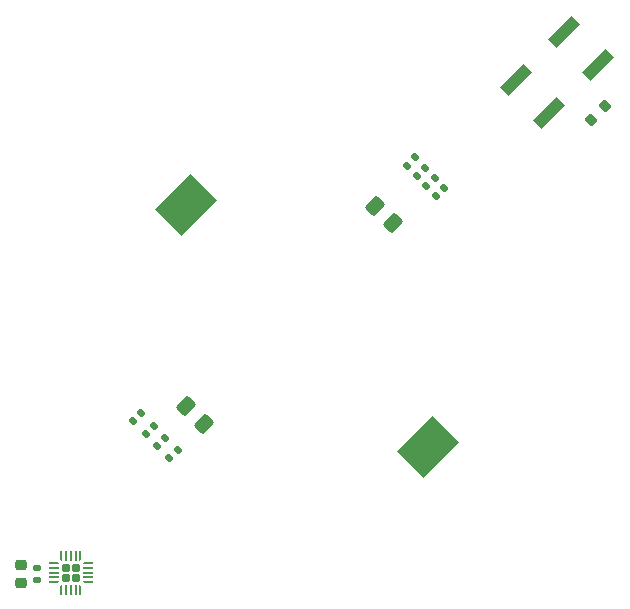
<source format=gbr>
%TF.GenerationSoftware,KiCad,Pcbnew,(6.0.0)*%
%TF.CreationDate,2022-10-29T10:39:51-07:00*%
%TF.ProjectId,tiny-osean,74696e79-2d6f-4736-9561-6e2e6b696361,rev?*%
%TF.SameCoordinates,Original*%
%TF.FileFunction,Paste,Top*%
%TF.FilePolarity,Positive*%
%FSLAX46Y46*%
G04 Gerber Fmt 4.6, Leading zero omitted, Abs format (unit mm)*
G04 Created by KiCad (PCBNEW (6.0.0)) date 2022-10-29 10:39:51*
%MOMM*%
%LPD*%
G01*
G04 APERTURE LIST*
G04 Aperture macros list*
%AMRoundRect*
0 Rectangle with rounded corners*
0 $1 Rounding radius*
0 $2 $3 $4 $5 $6 $7 $8 $9 X,Y pos of 4 corners*
0 Add a 4 corners polygon primitive as box body*
4,1,4,$2,$3,$4,$5,$6,$7,$8,$9,$2,$3,0*
0 Add four circle primitives for the rounded corners*
1,1,$1+$1,$2,$3*
1,1,$1+$1,$4,$5*
1,1,$1+$1,$6,$7*
1,1,$1+$1,$8,$9*
0 Add four rect primitives between the rounded corners*
20,1,$1+$1,$2,$3,$4,$5,0*
20,1,$1+$1,$4,$5,$6,$7,0*
20,1,$1+$1,$6,$7,$8,$9,0*
20,1,$1+$1,$8,$9,$2,$3,0*%
%AMRotRect*
0 Rectangle, with rotation*
0 The origin of the aperture is its center*
0 $1 length*
0 $2 width*
0 $3 Rotation angle, in degrees counterclockwise*
0 Add horizontal line*
21,1,$1,$2,0,0,$3*%
%AMFreePoly0*
4,1,14,0.334644,0.085355,0.385355,0.034644,0.400000,-0.000711,0.400000,-0.050000,0.385355,-0.085355,0.350000,-0.100000,-0.350000,-0.100000,-0.385355,-0.085355,-0.400000,-0.050000,-0.400000,0.050000,-0.385355,0.085355,-0.350000,0.100000,0.299289,0.100000,0.334644,0.085355,0.334644,0.085355,$1*%
%AMFreePoly1*
4,1,15,0.385355,0.085355,0.400000,0.050000,0.400000,0.000711,0.399705,0.000000,0.385355,-0.034644,0.334644,-0.085355,0.299289,-0.100000,-0.350000,-0.100000,-0.385355,-0.085355,-0.400000,-0.050000,-0.400000,0.050000,-0.385355,0.085355,-0.350000,0.100000,0.350000,0.100000,0.385355,0.085355,0.385355,0.085355,$1*%
%AMFreePoly2*
4,1,14,0.085355,0.385355,0.100000,0.350000,0.100000,-0.350000,0.085355,-0.385355,0.050000,-0.400000,-0.050000,-0.400000,-0.085355,-0.385355,-0.100000,-0.350000,-0.100000,0.299289,-0.085355,0.334644,-0.034644,0.385355,0.000711,0.400000,0.050000,0.400000,0.085355,0.385355,0.085355,0.385355,$1*%
%AMFreePoly3*
4,1,14,0.034644,0.385355,0.085355,0.334644,0.100000,0.299289,0.100000,-0.350000,0.085355,-0.385355,0.050000,-0.400000,-0.050000,-0.400000,-0.085355,-0.385355,-0.100000,-0.350000,-0.100000,0.350000,-0.085355,0.385355,-0.050000,0.400000,-0.000711,0.400000,0.034644,0.385355,0.034644,0.385355,$1*%
%AMFreePoly4*
4,1,14,0.385355,0.085355,0.400000,0.050000,0.400000,-0.050000,0.385355,-0.085355,0.350000,-0.100000,-0.299289,-0.100000,-0.334644,-0.085355,-0.385355,-0.034644,-0.400000,0.000711,-0.400000,0.050000,-0.385355,0.085355,-0.350000,0.100000,0.350000,0.100000,0.385355,0.085355,0.385355,0.085355,$1*%
%AMFreePoly5*
4,1,14,0.385355,0.085355,0.400000,0.050000,0.400000,-0.050000,0.385355,-0.085355,0.350000,-0.100000,-0.350000,-0.100000,-0.385355,-0.085355,-0.400000,-0.050000,-0.400000,-0.000711,-0.385355,0.034644,-0.334644,0.085355,-0.299289,0.100000,0.350000,0.100000,0.385355,0.085355,0.385355,0.085355,$1*%
%AMFreePoly6*
4,1,15,0.085355,0.385355,0.100000,0.350000,0.100000,-0.299289,0.099705,-0.300000,0.085355,-0.334644,0.034644,-0.385355,-0.000711,-0.400000,-0.050000,-0.400000,-0.085355,-0.385355,-0.100000,-0.350000,-0.100000,0.350000,-0.085355,0.385355,-0.050000,0.400000,0.050000,0.400000,0.085355,0.385355,0.085355,0.385355,$1*%
%AMFreePoly7*
4,1,14,0.085355,0.385355,0.100000,0.350000,0.100000,-0.350000,0.085355,-0.385355,0.050000,-0.400000,0.000711,-0.400000,-0.034644,-0.385355,-0.085355,-0.334644,-0.100000,-0.299289,-0.100000,0.350000,-0.085355,0.385355,-0.050000,0.400000,0.050000,0.400000,0.085355,0.385355,0.085355,0.385355,$1*%
G04 Aperture macros list end*
%ADD10RotRect,2.800000X1.000000X45.000000*%
%ADD11RoundRect,0.135000X-0.035355X0.226274X-0.226274X0.035355X0.035355X-0.226274X0.226274X-0.035355X0*%
%ADD12RoundRect,0.250000X0.574524X0.097227X0.097227X0.574524X-0.574524X-0.097227X-0.097227X-0.574524X0*%
%ADD13RoundRect,0.135000X0.035355X-0.226274X0.226274X-0.035355X-0.035355X0.226274X-0.226274X0.035355X0*%
%ADD14RoundRect,0.172500X-0.172500X-0.172500X0.172500X-0.172500X0.172500X0.172500X-0.172500X0.172500X0*%
%ADD15FreePoly0,0.000000*%
%ADD16RoundRect,0.050000X-0.350000X-0.050000X0.350000X-0.050000X0.350000X0.050000X-0.350000X0.050000X0*%
%ADD17FreePoly1,0.000000*%
%ADD18FreePoly2,0.000000*%
%ADD19RoundRect,0.050000X-0.050000X-0.350000X0.050000X-0.350000X0.050000X0.350000X-0.050000X0.350000X0*%
%ADD20FreePoly3,0.000000*%
%ADD21FreePoly4,0.000000*%
%ADD22FreePoly5,0.000000*%
%ADD23FreePoly6,0.000000*%
%ADD24FreePoly7,0.000000*%
%ADD25RoundRect,0.225000X0.250000X-0.225000X0.250000X0.225000X-0.250000X0.225000X-0.250000X-0.225000X0*%
%ADD26RoundRect,0.140000X0.170000X-0.140000X0.170000X0.140000X-0.170000X0.140000X-0.170000X-0.140000X0*%
%ADD27RotRect,4.200000X3.200000X45.000000*%
%ADD28RoundRect,0.200000X0.053033X-0.335876X0.335876X-0.053033X-0.053033X0.335876X-0.335876X0.053033X0*%
G04 APERTURE END LIST*
D10*
%TO.C,SW1*%
X166112729Y-77700428D03*
X170213948Y-73599209D03*
X168941156Y-80528855D03*
X173042375Y-76427636D03*
%TD*%
D11*
%TO.C,R8*%
X136430567Y-108005571D03*
X135709319Y-108726819D03*
%TD*%
D12*
%TO.C,D1*%
X155694835Y-89797656D03*
X154227589Y-88330410D03*
%TD*%
D13*
%TO.C,R4*%
X158550318Y-86701996D03*
X159271566Y-85980748D03*
%TD*%
D12*
%TO.C,D2*%
X139694835Y-106797656D03*
X138227589Y-105330410D03*
%TD*%
D11*
%TO.C,R3*%
X158461004Y-85115094D03*
X157739756Y-85836342D03*
%TD*%
%TO.C,R5*%
X160058925Y-86804325D03*
X159337677Y-87525573D03*
%TD*%
D13*
%TO.C,R2*%
X156872313Y-84968900D03*
X157593561Y-84247652D03*
%TD*%
%TO.C,R7*%
X134794225Y-107702372D03*
X135515473Y-106981124D03*
%TD*%
D14*
%TO.C,U1*%
X128020993Y-118986850D03*
X128870993Y-119836850D03*
X128870993Y-118986850D03*
X128020993Y-119836850D03*
D15*
X126995993Y-118611850D03*
D16*
X126995993Y-119011850D03*
X126995993Y-119411850D03*
X126995993Y-119811850D03*
D17*
X126995993Y-120211850D03*
D18*
X127645993Y-120861850D03*
D19*
X128045993Y-120861850D03*
X128445993Y-120861850D03*
X128845993Y-120861850D03*
D20*
X129245993Y-120861850D03*
D21*
X129895993Y-120211850D03*
D16*
X129895993Y-119811850D03*
X129895993Y-119411850D03*
X129895993Y-119011850D03*
D22*
X129895993Y-118611850D03*
D23*
X129245993Y-117961850D03*
D19*
X128845993Y-117961850D03*
X128445993Y-117961850D03*
X128045993Y-117961850D03*
D24*
X127645993Y-117961850D03*
%TD*%
D13*
%TO.C,R9*%
X136782182Y-109708219D03*
X137503430Y-108986971D03*
%TD*%
D25*
%TO.C,C2*%
X124198093Y-120293378D03*
X124198093Y-118743378D03*
%TD*%
D26*
%TO.C,C1*%
X125598176Y-119998378D03*
X125598176Y-119038378D03*
%TD*%
D27*
%TO.C,BT1*%
X138208164Y-88310985D03*
X158714260Y-108817081D03*
%TD*%
D28*
%TO.C,R1*%
X172471362Y-81097333D03*
X173638088Y-79930607D03*
%TD*%
D11*
%TO.C,R6*%
X134411607Y-105894635D03*
X133690359Y-106615883D03*
%TD*%
M02*

</source>
